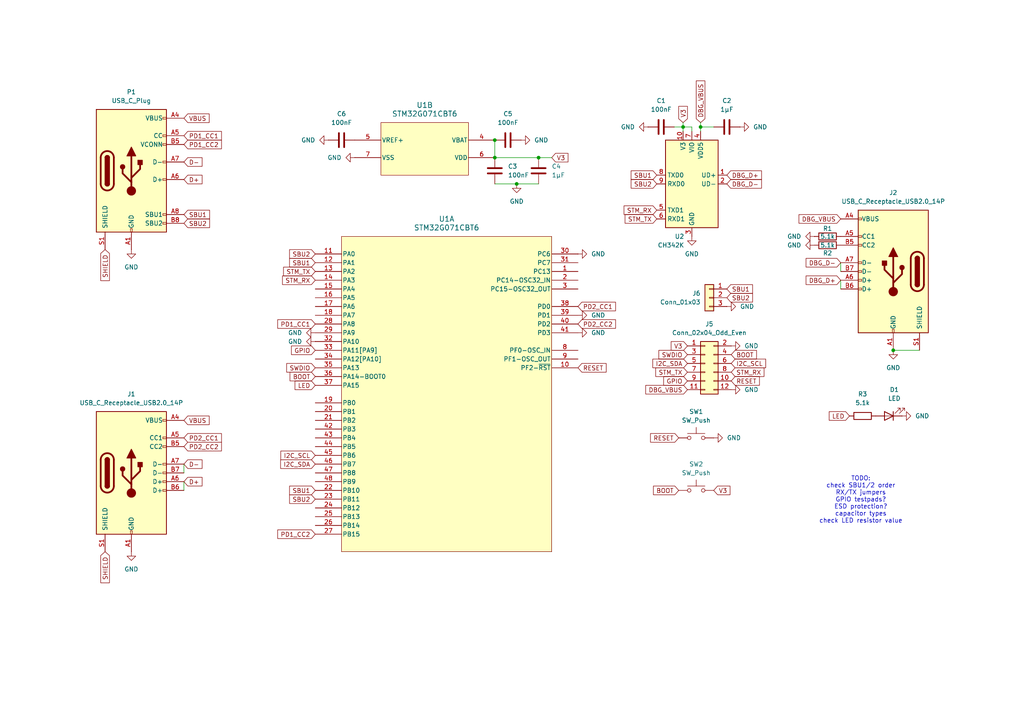
<source format=kicad_sch>
(kicad_sch (version 20231120) (generator "eeschema") (generator_version "8.0")
  (paper "A4")
  (lib_symbols
    (symbol "Connector:USB_C_Plug" (pin_names (offset 1.016))
      (property "Reference" "P1" (at 0 33.02 0))
      (property "Value" "USB_C_Plug" (at 0 30.48 0))
      (symbol "USB_C_Plug_0_0"
        (rectangle (start -0.254 -6.604) (end 0.254 -7.62))
        (rectangle (start 10.16 -4.826) (end 9.144 -5.334))
        (rectangle (start 10.16 -2.286) (end 9.144 -2.794))
        (rectangle (start 10.16 7.874) (end 9.144 7.366))
        (rectangle (start 10.16 12.954) (end 9.144 12.446))
        (rectangle (start 10.16 18.034) (end 9.144 17.526))
        (rectangle (start 10.16 20.574) (end 9.144 20.066))
        (rectangle (start 10.16 25.654) (end 9.144 25.146))
      )
      (symbol "USB_C_Plug_0_1"
        (rectangle (start -10.16 27.94) (end 10.16 -7.62) (stroke (width 0.254)) (fill (type background)))
        (arc (start -8.89 6.35) (mid -6.985 4.4533) (end -5.08 6.35) (stroke (width 0.508)))
        (arc (start -7.62 6.35) (mid -6.985 5.7177) (end -6.35 6.35) (stroke (width 0.254)))
        (arc (start -7.62 6.35) (mid -6.985 5.7177) (end -6.35 6.35) (stroke (width 0.254)) (fill (type outline)))
        (rectangle (start -7.62 6.35) (end -6.35 13.97) (stroke (width 0.254)) (fill (type outline)))
        (arc (start -6.35 13.97) (mid -6.985 14.6023) (end -7.62 13.97) (stroke (width 0.254)))
        (arc (start -6.35 13.97) (mid -6.985 14.6023) (end -7.62 13.97) (stroke (width 0.254)) (fill (type outline)))
        (arc (start -5.08 13.97) (mid -6.985 15.8667) (end -8.89 13.97) (stroke (width 0.508)))
        (polyline (pts (xy -8.89 6.35) (xy -8.89 13.97)) (stroke (width 0.508)))
        (polyline (pts (xy -5.08 13.97) (xy -5.08 6.35)) (stroke (width 0.508)))
      )
      (symbol "USB_C_Plug_1_1"
        (circle (center -2.54 11.303) (radius 0.635) (stroke (width 0.254)) (fill (type outline)))
        (polyline (pts (xy 0 4.318) (xy 0 14.478)) (stroke (width 0.508)))
        (polyline (pts (xy 0 6.858) (xy -2.54 9.398) (xy -2.54 10.668)) (stroke (width 0.508)))
        (polyline (pts (xy 0 8.128) (xy 2.54 10.668) (xy 2.54 11.938)) (stroke (width 0.508)))
        (polyline (pts (xy -1.27 14.478) (xy 0 17.018) (xy 1.27 14.478) (xy -1.27 14.478)) (stroke (width 0.254)) (fill (type outline)))
        (circle (center 0 4.318) (radius 1.27) (fill (type outline)))
        (rectangle (start 1.905 11.938) (end 3.175 13.208) (stroke (width 0.254)) (fill (type outline)))
        (pin passive line (at 0 -12.7 90) (length 5.08) (name "GND") (number "A1"))
        (pin passive line (at 0 -12.7 90) (length 5.08) hide (name "GND") (number "A12"))
        (pin passive line (at 15.24 25.4 180) (length 5.08) (name "VBUS") (number "A4"))
        (pin bidirectional line (at 15.24 20.32 180) (length 5.08) (name "CC") (number "A5"))
        (pin bidirectional line (at 15.24 7.62 180) (length 5.08) (name "D+") (number "A6"))
        (pin bidirectional line (at 15.24 12.7 180) (length 5.08) (name "D-") (number "A7"))
        (pin bidirectional line (at 15.24 -2.54 180) (length 5.08) (name "SBU1") (number "A8"))
        (pin passive line (at 15.24 25.4 180) (length 5.08) hide (name "VBUS") (number "A9"))
        (pin passive line (at 0 -12.7 90) (length 5.08) hide (name "GND") (number "B1"))
        (pin passive line (at 0 -12.7 90) (length 5.08) hide (name "GND") (number "B12"))
        (pin passive line (at 15.24 25.4 180) (length 5.08) hide (name "VBUS") (number "B4"))
        (pin bidirectional line (at 15.24 17.78 180) (length 5.08) (name "VCONN") (number "B5"))
        (pin bidirectional line (at 15.24 -5.08 180) (length 5.08) (name "SBU2") (number "B8"))
        (pin passive line (at 15.24 25.4 180) (length 5.08) hide (name "VBUS") (number "B9"))
        (pin passive line (at -7.62 -12.7 90) (length 5.08) (name "SHIELD") (number "S1"))
      )
    )
    (symbol "Connector:USB_C_Receptacle_USB2.0_14P" (pin_names (offset 1.016))
      (property "Reference" "J" (at 0 22.225 0))
      (property "Value" "USB_C_Receptacle_USB2.0_14P" (at 0 19.685 0))
      (symbol "USB_C_Receptacle_USB2.0_14P_0_0"
        (rectangle (start -0.254 -17.78) (end 0.254 -16.764))
        (rectangle (start 10.16 -4.826) (end 9.144 -5.334))
        (rectangle (start 10.16 -2.286) (end 9.144 -2.794))
        (rectangle (start 10.16 0.254) (end 9.144 -0.254))
        (rectangle (start 10.16 2.794) (end 9.144 2.286))
        (rectangle (start 10.16 7.874) (end 9.144 7.366))
        (rectangle (start 10.16 10.414) (end 9.144 9.906))
        (rectangle (start 10.16 15.494) (end 9.144 14.986))
      )
      (symbol "USB_C_Receptacle_USB2.0_14P_0_1"
        (rectangle (start -10.16 17.78) (end 10.16 -17.78) (stroke (width 0.254)) (fill (type background)))
        (arc (start -8.89 -3.81) (mid -6.985 -5.7067) (end -5.08 -3.81) (stroke (width 0.508)))
        (arc (start -7.62 -3.81) (mid -6.985 -4.4423) (end -6.35 -3.81) (stroke (width 0.254)))
        (arc (start -7.62 -3.81) (mid -6.985 -4.4423) (end -6.35 -3.81) (stroke (width 0.254)) (fill (type outline)))
        (rectangle (start -7.62 -3.81) (end -6.35 3.81) (stroke (width 0.254)) (fill (type outline)))
        (arc (start -6.35 3.81) (mid -6.985 4.4423) (end -7.62 3.81) (stroke (width 0.254)))
        (arc (start -6.35 3.81) (mid -6.985 4.4423) (end -7.62 3.81) (stroke (width 0.254)) (fill (type outline)))
        (arc (start -5.08 3.81) (mid -6.985 5.7067) (end -8.89 3.81) (stroke (width 0.508)))
        (circle (center -2.54 1.143) (radius 0.635) (stroke (width 0.254)) (fill (type outline)))
        (circle (center 0 -5.842) (radius 1.27) (fill (type outline)))
        (polyline (pts (xy -8.89 -3.81) (xy -8.89 3.81)) (stroke (width 0.508)))
        (polyline (pts (xy -5.08 3.81) (xy -5.08 -3.81)) (stroke (width 0.508)))
        (polyline (pts (xy 0 -5.842) (xy 0 4.318)) (stroke (width 0.508)))
        (polyline (pts (xy 0 -3.302) (xy -2.54 -0.762) (xy -2.54 0.508)) (stroke (width 0.508)))
        (polyline (pts (xy 0 -2.032) (xy 2.54 0.508) (xy 2.54 1.778)) (stroke (width 0.508)))
        (polyline (pts (xy -1.27 4.318) (xy 0 6.858) (xy 1.27 4.318) (xy -1.27 4.318)) (stroke (width 0.254)) (fill (type outline)))
        (rectangle (start 1.905 1.778) (end 3.175 3.048) (stroke (width 0.254)) (fill (type outline)))
      )
      (symbol "USB_C_Receptacle_USB2.0_14P_1_1"
        (pin passive line (at 0 -22.86 90) (length 5.08) (name "GND") (number "A1"))
        (pin passive line (at 0 -22.86 90) (length 5.08) hide (name "GND") (number "A12"))
        (pin passive line (at 15.24 15.24 180) (length 5.08) (name "VBUS") (number "A4"))
        (pin bidirectional line (at 15.24 10.16 180) (length 5.08) (name "CC1") (number "A5"))
        (pin bidirectional line (at 15.24 -2.54 180) (length 5.08) (name "D+") (number "A6"))
        (pin bidirectional line (at 15.24 2.54 180) (length 5.08) (name "D-") (number "A7"))
        (pin passive line (at 15.24 15.24 180) (length 5.08) hide (name "VBUS") (number "A9"))
        (pin passive line (at 0 -22.86 90) (length 5.08) hide (name "GND") (number "B1"))
        (pin passive line (at 0 -22.86 90) (length 5.08) hide (name "GND") (number "B12"))
        (pin passive line (at 15.24 15.24 180) (length 5.08) hide (name "VBUS") (number "B4"))
        (pin bidirectional line (at 15.24 7.62 180) (length 5.08) (name "CC2") (number "B5"))
        (pin bidirectional line (at 15.24 -5.08 180) (length 5.08) (name "D+") (number "B6"))
        (pin bidirectional line (at 15.24 0 180) (length 5.08) (name "D-") (number "B7"))
        (pin passive line (at 15.24 15.24 180) (length 5.08) hide (name "VBUS") (number "B9"))
        (pin passive line (at -7.62 -22.86 90) (length 5.08) (name "SHIELD") (number "S1"))
      )
    )
    (symbol "Connector_Generic:Conn_01x03" (pin_names (offset 1.016) hide)
      (property "Reference" "J" (at 0 5.08 0))
      (property "Value" "Conn_01x03" (at 0 -5.08 0))
      (symbol "Conn_01x03_1_1"
        (rectangle (start -1.27 -2.413) (end 0 -2.667) (stroke (width 0.1524)))
        (rectangle (start -1.27 0.127) (end 0 -0.127) (stroke (width 0.1524)))
        (rectangle (start -1.27 2.667) (end 0 2.413) (stroke (width 0.1524)))
        (rectangle (start -1.27 3.81) (end 1.27 -3.81) (stroke (width 0.254)) (fill (type background)))
        (pin passive line (at -5.08 2.54 0) (length 3.81) (name "Pin_1") (number "1"))
        (pin passive line (at -5.08 0 0) (length 3.81) (name "Pin_2") (number "2"))
        (pin passive line (at -5.08 -2.54 0) (length 3.81) (name "Pin_3") (number "3"))
      )
    )
    (symbol "Connector_Generic:Conn_02x06_Odd_Even" (pin_names (offset 1.016) hide)
      (property "Reference" "J" (at 1.27 7.62 0))
      (property "Value" "Conn_02x06_Odd_Even" (at 1.27 -10.16 0))
      (symbol "Conn_02x06_Odd_Even_1_1"
        (rectangle (start -1.27 -7.493) (end 0 -7.747) (stroke (width 0.1524)))
        (rectangle (start -1.27 -4.953) (end 0 -5.207) (stroke (width 0.1524)))
        (rectangle (start -1.27 -2.413) (end 0 -2.667) (stroke (width 0.1524)))
        (rectangle (start -1.27 0.127) (end 0 -0.127) (stroke (width 0.1524)))
        (rectangle (start -1.27 2.667) (end 0 2.413) (stroke (width 0.1524)))
        (rectangle (start -1.27 5.207) (end 0 4.953) (stroke (width 0.1524)))
        (rectangle (start -1.27 6.35) (end 3.81 -8.89) (stroke (width 0.254)) (fill (type background)))
        (rectangle (start 3.81 -7.493) (end 2.54 -7.747) (stroke (width 0.1524)))
        (rectangle (start 3.81 -4.953) (end 2.54 -5.207) (stroke (width 0.1524)))
        (rectangle (start 3.81 -2.413) (end 2.54 -2.667) (stroke (width 0.1524)))
        (rectangle (start 3.81 0.127) (end 2.54 -0.127) (stroke (width 0.1524)))
        (rectangle (start 3.81 2.667) (end 2.54 2.413) (stroke (width 0.1524)))
        (rectangle (start 3.81 5.207) (end 2.54 4.953) (stroke (width 0.1524)))
        (pin passive line (at -5.08 5.08 0) (length 3.81) (name "Pin_1") (number "1"))
        (pin passive line (at 7.62 -5.08 180) (length 3.81) (name "Pin_10") (number "10"))
        (pin passive line (at -5.08 -7.62 0) (length 3.81) (name "Pin_11") (number "11"))
        (pin passive line (at 7.62 -7.62 180) (length 3.81) (name "Pin_12") (number "12"))
        (pin passive line (at 7.62 5.08 180) (length 3.81) (name "Pin_2") (number "2"))
        (pin passive line (at -5.08 2.54 0) (length 3.81) (name "Pin_3") (number "3"))
        (pin passive line (at 7.62 2.54 180) (length 3.81) (name "Pin_4") (number "4"))
        (pin passive line (at -5.08 0 0) (length 3.81) (name "Pin_5") (number "5"))
        (pin passive line (at 7.62 0 180) (length 3.81) (name "Pin_6") (number "6"))
        (pin passive line (at -5.08 -2.54 0) (length 3.81) (name "Pin_7") (number "7"))
        (pin passive line (at 7.62 -2.54 180) (length 3.81) (name "Pin_8") (number "8"))
        (pin passive line (at -5.08 -5.08 0) (length 3.81) (name "Pin_9") (number "9"))
      )
    )
    (symbol "Debubo:STM32G071CBT6" (pin_names (offset 0.254))
      (property "Reference" "U" (at 38.1 10.16 0))
      (property "Value" "STM32G071CBT6" (at 38.1 7.62 0))
      (symbol "STM32G071CBT6_1_1"
        (rectangle (start 7.62 5.08) (end 68.58 -86.36) (fill (type background)))
        (pin bidirectional line (at 76.2 -5.08 180) (length 7.62) (name "PC13") (number "1"))
        (pin bidirectional line (at 76.2 -33.02 180) (length 7.62) (name "PF2-~{RST}") (number "10"))
        (pin bidirectional line (at 0 0 0) (length 7.62) (name "PA0") (number "11"))
        (pin bidirectional line (at 0 -2.54 0) (length 7.62) (name "PA1") (number "12"))
        (pin bidirectional line (at 0 -5.08 0) (length 7.62) (name "PA2") (number "13"))
        (pin bidirectional line (at 0 -7.62 0) (length 7.62) (name "PA3") (number "14"))
        (pin bidirectional line (at 0 -10.16 0) (length 7.62) (name "PA4") (number "15"))
        (pin bidirectional line (at 0 -12.7 0) (length 7.62) (name "PA5") (number "16"))
        (pin bidirectional line (at 0 -15.24 0) (length 7.62) (name "PA6") (number "17"))
        (pin bidirectional line (at 0 -17.78 0) (length 7.62) (name "PA7") (number "18"))
        (pin bidirectional line (at 0 -43.18 0) (length 7.62) (name "PB0") (number "19"))
        (pin bidirectional line (at 76.2 -7.62 180) (length 7.62) (name "PC14-OSC32_IN") (number "2"))
        (pin bidirectional line (at 0 -45.72 0) (length 7.62) (name "PB1") (number "20"))
        (pin bidirectional line (at 0 -48.26 0) (length 7.62) (name "PB2") (number "21"))
        (pin bidirectional line (at 0 -68.58 0) (length 7.62) (name "PB10") (number "22"))
        (pin bidirectional line (at 0 -71.12 0) (length 7.62) (name "PB11") (number "23"))
        (pin bidirectional line (at 0 -73.66 0) (length 7.62) (name "PB12") (number "24"))
        (pin bidirectional line (at 0 -76.2 0) (length 7.62) (name "PB13") (number "25"))
        (pin bidirectional line (at 0 -78.74 0) (length 7.62) (name "PB14") (number "26"))
        (pin bidirectional line (at 0 -81.28 0) (length 7.62) (name "PB15") (number "27"))
        (pin bidirectional line (at 0 -20.32 0) (length 7.62) (name "PA8") (number "28"))
        (pin bidirectional line (at 0 -22.86 0) (length 7.62) (name "PA9") (number "29"))
        (pin bidirectional line (at 76.2 -10.16 180) (length 7.62) (name "PC15-OSC32_OUT") (number "3"))
        (pin bidirectional line (at 76.2 0 180) (length 7.62) (name "PC6") (number "30"))
        (pin bidirectional line (at 76.2 -2.54 180) (length 7.62) (name "PC7") (number "31"))
        (pin bidirectional line (at 0 -25.4 0) (length 7.62) (name "PA10") (number "32"))
        (pin bidirectional line (at 0 -27.94 0) (length 7.62) (name "PA11[PA9]") (number "33"))
        (pin bidirectional line (at 0 -30.48 0) (length 7.62) (name "PA12[PA10]") (number "34"))
        (pin bidirectional line (at 0 -33.02 0) (length 7.62) (name "PA13") (number "35"))
        (pin bidirectional line (at 0 -35.56 0) (length 7.62) (name "PA14-BOOT0") (number "36"))
        (pin bidirectional line (at 0 -38.1 0) (length 7.62) (name "PA15") (number "37"))
        (pin bidirectional line (at 76.2 -15.24 180) (length 7.62) (name "PD0") (number "38"))
        (pin bidirectional line (at 76.2 -17.78 180) (length 7.62) (name "PD1") (number "39"))
        (pin bidirectional line (at 76.2 -20.32 180) (length 7.62) (name "PD2") (number "40"))
        (pin bidirectional line (at 76.2 -22.86 180) (length 7.62) (name "PD3") (number "41"))
        (pin bidirectional line (at 0 -50.8 0) (length 7.62) (name "PB3") (number "42"))
        (pin bidirectional line (at 0 -53.34 0) (length 7.62) (name "PB4") (number "43"))
        (pin bidirectional line (at 0 -55.88 0) (length 7.62) (name "PB5") (number "44"))
        (pin bidirectional line (at 0 -58.42 0) (length 7.62) (name "PB6") (number "45"))
        (pin bidirectional line (at 0 -60.96 0) (length 7.62) (name "PB7") (number "46"))
        (pin bidirectional line (at 0 -63.5 0) (length 7.62) (name "PB8") (number "47"))
        (pin bidirectional line (at 0 -66.04 0) (length 7.62) (name "PB9") (number "48"))
        (pin bidirectional line (at 76.2 -27.94 180) (length 7.62) (name "PF0-OSC_IN") (number "8"))
        (pin bidirectional line (at 76.2 -30.48 180) (length 7.62) (name "PF1-OSC_OUT") (number "9"))
      )
      (symbol "STM32G071CBT6_2_1"
        (rectangle (start 7.62 5.08) (end 33.02 -10.16) (fill (type background)))
        (pin power_in line (at 40.64 0 180) (length 7.62) (name "VBAT") (number "4"))
        (pin power_in line (at 0 0 0) (length 7.62) (name "VREF+") (number "5"))
        (pin power_in line (at 40.64 -5.08 180) (length 7.62) (name "VDD") (number "6"))
        (pin power_in line (at 0 -5.08 0) (length 7.62) (name "VSS") (number "7"))
      )
    )
    (symbol "Device:C" (pin_numbers hide) (pin_names (offset 0.254))
      (property "Reference" "C" (at 0.635 2.54 0))
      (property "Value" "C" (at 0.635 -2.54 0))
      (symbol "C_0_1"
        (polyline (pts (xy -2.032 -0.762) (xy 2.032 -0.762)) (stroke (width 0.508)))
        (polyline (pts (xy -2.032 0.762) (xy 2.032 0.762)) (stroke (width 0.508)))
      )
      (symbol "C_1_1"
        (pin passive line (at 0 3.81 270) (length 2.794) (name "~") (number "1"))
        (pin passive line (at 0 -3.81 90) (length 2.794) (name "~") (number "2"))
      )
    )
    (symbol "Device:LED" (pin_numbers hide) (pin_names (offset 1.016) hide)
      (property "Reference" "D" (at 0 2.54 0))
      (property "Value" "LED" (at 0 -2.54 0))
      (symbol "LED_0_1"
        (polyline (pts (xy -1.27 -1.27) (xy -1.27 1.27)) (stroke (width 0.254)))
        (polyline (pts (xy -1.27 0) (xy 1.27 0)))
        (polyline (pts (xy 1.27 -1.27) (xy 1.27 1.27) (xy -1.27 0) (xy 1.27 -1.27)) (stroke (width 0.254)))
        (polyline (pts (xy -3.048 -0.762) (xy -4.572 -2.286) (xy -3.81 -2.286) (xy -4.572 -2.286) (xy -4.572 -1.524)))
        (polyline (pts (xy -1.778 -0.762) (xy -3.302 -2.286) (xy -2.54 -2.286) (xy -3.302 -2.286) (xy -3.302 -1.524)))
      )
      (symbol "LED_1_1"
        (pin passive line (at -3.81 0 0) (length 2.54) (name "K") (number "1"))
        (pin passive line (at 3.81 0 180) (length 2.54) (name "A") (number "2"))
      )
    )
    (symbol "Device:R" (pin_numbers hide) (pin_names (offset 0))
      (property "Reference" "R" (at 2.032 0 90))
      (property "Value" "R" (at 0 0 90))
      (symbol "R_0_1"
        (rectangle (start -1.016 -2.54) (end 1.016 2.54) (stroke (width 0.254)))
      )
      (symbol "R_1_1"
        (pin passive line (at 0 3.81 270) (length 1.27) (name "~") (number "1"))
        (pin passive line (at 0 -3.81 90) (length 1.27) (name "~") (number "2"))
      )
    )
    (symbol "Interface_USB:CH340K"
      (property "Reference" "U2" (at 2.1941 -15.24 0))
      (property "Value" "CH342K" (at 2.1941 -17.78 0))
      (symbol "CH340K_0_1"
        (rectangle (start -7.62 12.7) (end 7.62 -12.7) (stroke (width 0.254)) (fill (type background)))
      )
      (symbol "CH340K_1_0"
        (pin passive line (at 0 -15.24 90) (length 2.54) hide (name "GND") (number "11"))
      )
      (symbol "CH340K_1_1"
        (pin bidirectional line (at -10.16 2.54 0) (length 2.54) (name "UD+") (number "1"))
        (pin passive line (at 2.54 15.24 270) (length 2.54) (name "V3") (number "10"))
        (pin bidirectional line (at -10.16 0 0) (length 2.54) (name "UD-") (number "2"))
        (pin power_in line (at 0 -15.24 90) (length 2.54) (name "GND") (number "3"))
        (pin power_in line (at -2.54 15.24 270) (length 2.54) (name "VDD5") (number "4"))
        (pin output line (at 10.16 -7.62 180) (length 2.54) (name "TXD1") (number "5"))
        (pin input line (at 10.16 -10.16 180) (length 2.54) (name "RXD1") (number "6"))
        (pin power_in line (at 0 15.24 270) (length 2.54) (name "VIO") (number "7"))
        (pin output line (at 10.16 2.54 180) (length 2.54) (name "TXD0") (number "8"))
        (pin input line (at 10.16 0 180) (length 2.54) (name "RXD0") (number "9"))
      )
    )
    (symbol "Switch:SW_Push" (pin_numbers hide) (pin_names (offset 1.016) hide)
      (property "Reference" "SW" (at 1.27 2.54 0))
      (property "Value" "SW_Push" (at 0 -1.524 0))
      (symbol "SW_Push_0_1"
        (circle (center -2.032 0) (radius 0.508))
        (polyline (pts (xy 0 1.27) (xy 0 3.048)))
        (polyline (pts (xy 2.54 1.27) (xy -2.54 1.27)))
        (circle (center 2.032 0) (radius 0.508))
        (pin passive line (at -5.08 0 0) (length 2.54) (name "1") (number "1"))
        (pin passive line (at 5.08 0 180) (length 2.54) (name "2") (number "2"))
      )
    )
    (symbol "power:GND" (power) (pin_numbers hide) (pin_names (offset 0) hide)
      (property "Value" "GND" (at 0 -3.81 0))
      (symbol "GND_0_1"
        (polyline (pts (xy 0 0) (xy 0 -1.27) (xy 1.27 -1.27) (xy 0 -2.54) (xy -1.27 -1.27) (xy 0 -1.27)))
      )
      (symbol "GND_1_1"
        (pin power_in line (at 0 0 270) (length 0) (name "~") (number "1"))
      )
    )
  )
  (junction (at 156.21 45.72))
  (junction (at 198.12 36.83))
  (junction (at 259.08 101.6))
  (junction (at 203.2 36.83))
  (junction (at 143.51 45.72))
  (junction (at 143.51 40.64))
  (junction (at 149.86 53.34))
  (wire (pts (xy 198.12 35.56) (xy 198.12 36.83)))
  (wire (pts (xy 200.66 36.83) (xy 200.66 38.1)))
  (wire (pts (xy 143.51 40.64) (xy 143.51 45.72)))
  (wire (pts (xy 198.12 36.83) (xy 200.66 36.83)))
  (wire (pts (xy 156.21 45.72) (xy 160.02 45.72)))
  (wire (pts (xy 53.34 134.62) (xy 53.34 137.16)))
  (wire (pts (xy 143.51 45.72) (xy 156.21 45.72)))
  (wire (pts (xy 143.51 53.34) (xy 149.86 53.34)))
  (wire (pts (xy 53.34 139.7) (xy 53.34 142.24)))
  (wire (pts (xy 243.84 81.28) (xy 243.84 83.82)))
  (wire (pts (xy 203.2 36.83) (xy 203.2 38.1)))
  (wire (pts (xy 243.84 76.2) (xy 243.84 78.74)))
  (wire (pts (xy 259.08 101.6) (xy 266.7 101.6)))
  (wire (pts (xy 203.2 35.56) (xy 203.2 36.83)))
  (wire (pts (xy 207.01 36.83) (xy 203.2 36.83)))
  (wire (pts (xy 149.86 53.34) (xy 156.21 53.34)))
  (wire (pts (xy 195.58 36.83) (xy 198.12 36.83)))
  (wire (pts (xy 198.12 36.83) (xy 198.12 38.1)))
  (text "TODO:\ncheck SBU1/2 order\nRX/TX jumpers\nGPIO testpads?\nESD protection?\ncapacitor types\ncheck LED resistor value" (at 249.682 145.034 0) (effects (font (size 1.27 1.27))))
  (global_label "V3" (shape input) (at 199.39 100.33 180) (property "Intersheetrefs" "${INTERSHEET_REFS}" (effects (hide yes))))
  (global_label "DBG_D+" (shape input) (at 210.82 50.8 0) (property "Intersheetrefs" "${INTERSHEET_REFS}" (effects (hide yes))))
  (global_label "PD1_CC1" (shape input) (at 91.44 93.98 180) (property "Intersheetrefs" "${INTERSHEET_REFS}" (effects (hide yes))))
  (global_label "RESET" (shape input) (at 196.85 127 180) (property "Intersheetrefs" "${INTERSHEET_REFS}" (effects (hide yes))))
  (global_label "GPIO" (shape input) (at 199.39 110.49 180) (property "Intersheetrefs" "${INTERSHEET_REFS}" (effects (hide yes))))
  (global_label "PD1_CC2" (shape input) (at 53.34 41.91 0) (property "Intersheetrefs" "${INTERSHEET_REFS}" (effects (hide yes))))
  (global_label "STM_TX" (shape input) (at 199.39 107.95 180) (property "Intersheetrefs" "${INTERSHEET_REFS}" (effects (hide yes))))
  (global_label "I2C_SCL" (shape input) (at 91.44 132.08 180) (property "Intersheetrefs" "${INTERSHEET_REFS}" (effects (hide yes))))
  (global_label "SBU1" (shape input) (at 91.44 142.24 180) (property "Intersheetrefs" "${INTERSHEET_REFS}" (effects (hide yes))))
  (global_label "SBU2" (shape input) (at 91.44 73.66 180) (property "Intersheetrefs" "${INTERSHEET_REFS}" (effects (hide yes))))
  (global_label "V3" (shape input) (at 160.02 45.72 0) (property "Intersheetrefs" "${INTERSHEET_REFS}" (effects (hide yes))))
  (global_label "VBUS" (shape input) (at 53.34 121.92 0) (property "Intersheetrefs" "${INTERSHEET_REFS}" (effects (hide yes))))
  (global_label "PD2_CC2" (shape input) (at 53.34 129.54 0) (property "Intersheetrefs" "${INTERSHEET_REFS}" (effects (hide yes))))
  (global_label "BOOT" (shape input) (at 196.85 142.24 180) (property "Intersheetrefs" "${INTERSHEET_REFS}" (effects (hide yes))))
  (global_label "GPIO" (shape input) (at 91.44 101.6 180) (property "Intersheetrefs" "${INTERSHEET_REFS}" (effects (hide yes))))
  (global_label "V3" (shape input) (at 207.01 142.24 0) (property "Intersheetrefs" "${INTERSHEET_REFS}" (effects (hide yes))))
  (global_label "STM_RX" (shape input) (at 190.5 60.96 180) (property "Intersheetrefs" "${INTERSHEET_REFS}" (effects (hide yes))))
  (global_label "BOOT" (shape input) (at 91.44 109.22 180) (property "Intersheetrefs" "${INTERSHEET_REFS}" (effects (hide yes))))
  (global_label "SBU2" (shape input) (at 53.34 64.77 0) (property "Intersheetrefs" "${INTERSHEET_REFS}" (effects (hide yes))))
  (global_label "RESET" (shape input) (at 212.09 110.49 0) (property "Intersheetrefs" "${INTERSHEET_REFS}" (effects (hide yes))))
  (global_label "I2C_SDA" (shape input) (at 199.39 105.41 180) (property "Intersheetrefs" "${INTERSHEET_REFS}" (effects (hide yes))))
  (global_label "RESET" (shape input) (at 167.64 106.68 0) (property "Intersheetrefs" "${INTERSHEET_REFS}" (effects (hide yes))))
  (global_label "SBU1" (shape input) (at 190.5 50.8 180) (property "Intersheetrefs" "${INTERSHEET_REFS}" (effects (hide yes))))
  (global_label "PD1_CC2" (shape input) (at 91.44 154.94 180) (property "Intersheetrefs" "${INTERSHEET_REFS}" (effects (hide yes))))
  (global_label "D+" (shape input) (at 53.34 139.7 0) (property "Intersheetrefs" "${INTERSHEET_REFS}" (effects (hide yes))))
  (global_label "DBG_D-" (shape input) (at 243.84 76.2 180) (property "Intersheetrefs" "${INTERSHEET_REFS}" (effects (hide yes))))
  (global_label "V3" (shape input) (at 198.12 35.56 90) (property "Intersheetrefs" "${INTERSHEET_REFS}" (effects (hide yes))))
  (global_label "SBU1" (shape input) (at 53.34 62.23 0) (property "Intersheetrefs" "${INTERSHEET_REFS}" (effects (hide yes))))
  (global_label "SBU1" (shape input) (at 91.44 76.2 180) (property "Intersheetrefs" "${INTERSHEET_REFS}" (effects (hide yes))))
  (global_label "PD2_CC1" (shape input) (at 167.64 88.9 0) (property "Intersheetrefs" "${INTERSHEET_REFS}" (effects (hide yes))))
  (global_label "DBG_VBUS" (shape input) (at 203.2 35.56 90) (property "Intersheetrefs" "${INTERSHEET_REFS}" (effects (hide yes))))
  (global_label "PD2_CC2" (shape input) (at 167.64 93.98 0) (property "Intersheetrefs" "${INTERSHEET_REFS}" (effects (hide yes))))
  (global_label "STM_TX" (shape input) (at 91.44 78.74 180) (property "Intersheetrefs" "${INTERSHEET_REFS}" (effects (hide yes))))
  (global_label "DBG_VBUS" (shape input) (at 243.84 63.5 180) (property "Intersheetrefs" "${INTERSHEET_REFS}" (effects (hide yes))))
  (global_label "DBG_D-" (shape input) (at 210.82 53.34 0) (property "Intersheetrefs" "${INTERSHEET_REFS}" (effects (hide yes))))
  (global_label "SWDIO" (shape input) (at 91.44 106.68 180) (property "Intersheetrefs" "${INTERSHEET_REFS}" (effects (hide yes))))
  (global_label "VBUS" (shape input) (at 53.34 34.29 0) (property "Intersheetrefs" "${INTERSHEET_REFS}" (effects (hide yes))))
  (global_label "SWDIO" (shape input) (at 199.39 102.87 180) (property "Intersheetrefs" "${INTERSHEET_REFS}" (effects (hide yes))))
  (global_label "SBU2" (shape input) (at 91.44 144.78 180) (property "Intersheetrefs" "${INTERSHEET_REFS}" (effects (hide yes))))
  (global_label "SBU2" (shape input) (at 190.5 53.34 180) (property "Intersheetrefs" "${INTERSHEET_REFS}" (effects (hide yes))))
  (global_label "DBG_D+" (shape input) (at 243.84 81.28 180) (property "Intersheetrefs" "${INTERSHEET_REFS}" (effects (hide yes))))
  (global_label "PD2_CC1" (shape input) (at 53.34 127 0) (property "Intersheetrefs" "${INTERSHEET_REFS}" (effects (hide yes))))
  (global_label "SHIELD" (shape input) (at 30.48 72.39 270) (property "Intersheetrefs" "${INTERSHEET_REFS}" (effects (hide yes))))
  (global_label "D-" (shape input) (at 53.34 46.99 0) (property "Intersheetrefs" "${INTERSHEET_REFS}" (effects (hide yes))))
  (global_label "I2C_SDA" (shape input) (at 91.44 134.62 180) (property "Intersheetrefs" "${INTERSHEET_REFS}" (effects (hide yes))))
  (global_label "STM_TX" (shape input) (at 190.5 63.5 180) (property "Intersheetrefs" "${INTERSHEET_REFS}" (effects (hide yes))))
  (global_label "BOOT" (shape input) (at 212.09 102.87 0) (property "Intersheetrefs" "${INTERSHEET_REFS}" (effects (hide yes))))
  (global_label "STM_RX" (shape input) (at 212.09 107.95 0) (property "Intersheetrefs" "${INTERSHEET_REFS}" (effects (hide yes))))
  (global_label "D+" (shape input) (at 53.34 52.07 0) (property "Intersheetrefs" "${INTERSHEET_REFS}" (effects (hide yes))))
  (global_label "PD1_CC1" (shape input) (at 53.34 39.37 0) (property "Intersheetrefs" "${INTERSHEET_REFS}" (effects (hide yes))))
  (global_label "DBG_VBUS" (shape input) (at 199.39 113.03 180) (property "Intersheetrefs" "${INTERSHEET_REFS}" (effects (hide yes))))
  (global_label "I2C_SCL" (shape input) (at 212.09 105.41 0) (property "Intersheetrefs" "${INTERSHEET_REFS}" (effects (hide yes))))
  (global_label "LED" (shape input) (at 91.44 111.76 180) (property "Intersheetrefs" "${INTERSHEET_REFS}" (effects (hide yes))))
  (global_label "STM_RX" (shape input) (at 91.44 81.28 180) (property "Intersheetrefs" "${INTERSHEET_REFS}" (effects (hide yes))))
  (global_label "SBU1" (shape input) (at 210.82 83.82 0) (property "Intersheetrefs" "${INTERSHEET_REFS}" (effects (hide yes))))
  (global_label "SBU2" (shape input) (at 210.82 86.36 0) (property "Intersheetrefs" "${INTERSHEET_REFS}" (effects (hide yes))))
  (global_label "SHIELD" (shape input) (at 30.48 160.02 270) (property "Intersheetrefs" "${INTERSHEET_REFS}" (effects (hide yes))))
  (global_label "D-" (shape input) (at 53.34 134.62 0) (property "Intersheetrefs" "${INTERSHEET_REFS}" (effects (hide yes))))
  (global_label "LED" (shape input) (at 246.38 120.65 180) (property "Intersheetrefs" "${INTERSHEET_REFS}" (effects (hide yes))))
  (symbol (lib_id "Device:R") (at 240.03 68.58 90) (unit 1)
    (property "Reference" "R1" (at 240.03 66.294 90))
    (property "Value" "5.1k" (at 240.03 68.58 90))
    (property "Footprint" "Resistor_SMD:R_1206_3216Metric_Pad1.30x1.75mm_HandSolder" (effects (hide yes)))
    (property "Description" "Resistor" (effects (hide yes)))
  )
  (symbol (lib_id "power:GND") (at 102.87 45.72 270) (unit 1)
    (property "Reference" "#PWR03" (effects (hide yes)))
    (property "Value" "GND" (at 99.06 45.7199 90) (effects (justify right)))
    (property "Description" "Power symbol creates a global label with name \"GND\" , ground" (effects (hide yes)))
  )
  (symbol (lib_id "power:GND") (at 91.44 99.06 270) (unit 1)
    (property "Reference" "#PWR020" (effects (hide yes)))
    (property "Value" "GND" (at 87.63 99.0599 90) (effects (justify right)))
    (property "Description" "Power symbol creates a global label with name \"GND\" , ground" (effects (hide yes)))
  )
  (symbol (lib_id "power:GND") (at 210.82 88.9 90) (mirror x) (unit 1)
    (property "Reference" "#PWR015" (effects (hide yes)))
    (property "Value" "GND" (at 214.63 88.8999 90) (effects (justify right)))
    (property "Description" "Power symbol creates a global label with name \"GND\" , ground" (effects (hide yes)))
  )
  (symbol (lib_id "power:GND") (at 95.25 40.64 270) (unit 1)
    (property "Reference" "#PWR017" (effects (hide yes)))
    (property "Value" "GND" (at 91.44 40.6399 90) (effects (justify right)))
    (property "Description" "Power symbol creates a global label with name \"GND\" , ground" (effects (hide yes)))
  )
  (symbol (lib_id "power:GND") (at 236.22 68.58 270) (unit 1)
    (property "Reference" "#PWR018" (effects (hide yes)))
    (property "Value" "GND" (at 232.41 68.5799 90) (effects (justify right)))
    (property "Description" "Power symbol creates a global label with name \"GND\" , ground" (effects (hide yes)))
  )
  (symbol (lib_id "Debubo:STM32G071CBT6") (at 102.87 40.64 0) (unit 2)
    (property "Reference" "U1" (at 123.19 30.48 0) (effects (font (size 1.524 1.524))))
    (property "Value" "STM32G071CBT6" (at 123.19 33.02 0) (effects (font (size 1.524 1.524))))
    (property "Footprint" "Package_QFP:LQFP-48_7x7mm_P0.5mm" (effects (hide yes)))
    (property "Datasheet" "STM32G071CBT6" (effects (hide yes)))
  )
  (symbol (lib_id "power:GND") (at 212.09 100.33 90) (unit 1)
    (property "Reference" "#PWR016" (effects (hide yes)))
    (property "Value" "GND" (at 215.9 100.3299 90) (effects (justify right)))
    (property "Description" "Power symbol creates a global label with name \"GND\" , ground" (effects (hide yes)))
  )
  (symbol (lib_id "Device:C") (at 99.06 40.64 90) (unit 1)
    (property "Reference" "C6" (at 99.06 33.02 90))
    (property "Value" "100nF" (at 99.06 35.56 90))
    (property "Footprint" "Capacitor_SMD:C_1206_3216Metric_Pad1.33x1.80mm_HandSolder" (effects (hide yes)))
    (property "Description" "Unpolarized capacitor" (effects (hide yes)))
  )
  (symbol (lib_id "Switch:SW_Push") (at 201.93 127 0) (unit 1)
    (property "Reference" "SW1" (at 201.93 119.38 0))
    (property "Value" "SW_Push" (at 201.93 121.92 0))
    (property "Footprint" "Button_Switch_SMD:SW_SPST_B3U-1000P" (effects (hide yes)))
    (property "Description" "Push button switch, generic, two pins" (effects (hide yes)))
  )
  (symbol (lib_id "Interface_USB:CH340K") (at 200.66 53.34 0) (mirror y) (unit 1)
    (property "Reference" "U2" (at 198.4659 68.58 0) (effects (justify left)))
    (property "Value" "CH342K" (at 198.4659 71.12 0) (effects (justify left)))
    (property "Footprint" "Package_SO:SSOP-10-1EP_3.9x4.9mm_P1mm_EP2.1x3.3mm" (effects (hide yes)))
    (property "Datasheet" "https://www.wch-ic.com/downloads/file/295.html" (effects (hide yes)))
    (property "Description" "USB serial converter, dual UART, SSOP-10" (effects (hide yes)))
  )
  (symbol (lib_id "power:GND") (at 167.64 91.44 90) (unit 1)
    (property "Reference" "#PWR011" (effects (hide yes)))
    (property "Value" "GND" (at 171.45 91.4399 90) (effects (justify right)))
    (property "Description" "Power symbol creates a global label with name \"GND\" , ground" (effects (hide yes)))
  )
  (symbol (lib_id "power:GND") (at 187.96 36.83 270) (unit 1)
    (property "Reference" "#PWR06" (effects (hide yes)))
    (property "Value" "GND" (at 184.15 36.8299 90) (effects (justify right)))
    (property "Description" "Power symbol creates a global label with name \"GND\" , ground" (effects (hide yes)))
  )
  (symbol (lib_id "power:GND") (at 214.63 36.83 90) (unit 1)
    (property "Reference" "#PWR07" (effects (hide yes)))
    (property "Value" "GND" (at 218.44 36.8299 90) (effects (justify right)))
    (property "Description" "Power symbol creates a global label with name \"GND\" , ground" (effects (hide yes)))
  )
  (symbol (lib_id "Device:R") (at 240.03 71.12 90) (unit 1)
    (property "Reference" "R2" (at 240.03 73.406 90))
    (property "Value" "5.1k" (at 240.03 71.12 90))
    (property "Footprint" "Resistor_SMD:R_1206_3216Metric_Pad1.30x1.75mm_HandSolder" (effects (hide yes)))
    (property "Description" "Resistor" (effects (hide yes)))
  )
  (symbol (lib_id "power:GND") (at 200.66 68.58 0) (unit 1)
    (property "Reference" "#PWR04" (effects (hide yes)))
    (property "Value" "GND" (at 200.66 73.66 0))
    (property "Description" "Power symbol creates a global label with name \"GND\" , ground" (effects (hide yes)))
  )
  (symbol (lib_id "power:GND") (at 38.1 72.39 0) (unit 1)
    (property "Reference" "#PWR02" (effects (hide yes)))
    (property "Value" "GND" (at 38.1 77.47 0))
    (property "Description" "Power symbol creates a global label with name \"GND\" , ground" (effects (hide yes)))
  )
  (symbol (lib_id "power:GND") (at 259.08 101.6 0) (unit 1)
    (property "Reference" "#PWR05" (effects (hide yes)))
    (property "Value" "GND" (at 259.08 106.68 0))
    (property "Description" "Power symbol creates a global label with name \"GND\" , ground" (effects (hide yes)))
  )
  (symbol (lib_id "power:GND") (at 91.44 96.52 270) (unit 1)
    (property "Reference" "#PWR013" (effects (hide yes)))
    (property "Value" "GND" (at 87.63 96.5199 90) (effects (justify right)))
    (property "Description" "Power symbol creates a global label with name \"GND\" , ground" (effects (hide yes)))
  )
  (symbol (lib_id "Connector_Generic:Conn_01x03") (at 205.74 86.36 0) (mirror y) (unit 1)
    (property "Reference" "J6" (at 203.2 85.0899 0) (effects (justify left)))
    (property "Value" "Conn_01x03" (at 203.2 87.6299 0) (effects (justify left)))
    (property "Footprint" "Connector_PinSocket_2.54mm:PinSocket_1x03_P2.54mm_Vertical" (effects (hide yes)))
    (property "Description" "Generic connector, single row, 01x03, script generated (kicad-library-utils/schlib/autogen/connector/)" (effects (hide yes)))
  )
  (symbol (lib_id "Device:C") (at 210.82 36.83 270) (unit 1)
    (property "Reference" "C2" (at 210.82 29.21 90))
    (property "Value" "1µF" (at 210.82 31.75 90))
    (property "Footprint" "Capacitor_SMD:C_1206_3216Metric_Pad1.33x1.80mm_HandSolder" (effects (hide yes)))
    (property "Description" "Unpolarized capacitor" (effects (hide yes)))
  )
  (symbol (lib_id "power:GND") (at 261.62 120.65 90) (unit 1)
    (property "Reference" "#PWR022" (effects (hide yes)))
    (property "Value" "GND" (at 265.43 120.6499 90) (effects (justify right)))
    (property "Description" "Power symbol creates a global label with name \"GND\" , ground" (effects (hide yes)))
  )
  (symbol (lib_id "Switch:SW_Push") (at 201.93 142.24 0) (unit 1)
    (property "Reference" "SW2" (at 201.93 134.62 0))
    (property "Value" "SW_Push" (at 201.93 137.16 0))
    (property "Footprint" "Button_Switch_SMD:SW_SPST_B3U-1000P" (effects (hide yes)))
    (property "Description" "Push button switch, generic, two pins" (effects (hide yes)))
  )
  (symbol (lib_id "Connector:USB_C_Receptacle_USB2.0_14P") (at 259.08 78.74 0) (mirror y) (unit 1)
    (property "Reference" "J2" (at 259.08 55.88 0))
    (property "Value" "USB_C_Receptacle_USB2.0_14P" (at 259.08 58.42 0))
    (property "Footprint" "Connector_USB:USB_C_Receptacle_HCTL_HC-TYPE-C-16P-01A" (effects (hide yes)))
    (property "Datasheet" "https://www.usb.org/sites/default/files/documents/usb_type-c.zip" (effects (hide yes)))
    (property "Description" "USB 2.0-only 14P Type-C Receptacle connector" (effects (hide yes)))
  )
  (symbol (lib_id "power:GND") (at 236.22 71.12 270) (unit 1)
    (property "Reference" "#PWR019" (effects (hide yes)))
    (property "Value" "GND" (at 232.41 71.1199 90) (effects (justify right)))
    (property "Description" "Power symbol creates a global label with name \"GND\" , ground" (effects (hide yes)))
  )
  (symbol (lib_id "Connector:USB_C_Plug") (at 38.1 59.69 0) (unit 1)
    (property "Reference" "P1" (at 38.1 26.67 0))
    (property "Value" "USB_C_Plug" (at 38.1 29.21 0))
    (property "Footprint" "Connector_USB:USB_C_Plug_Molex_105444" (effects (hide yes)))
    (property "Datasheet" "https://www.usb.org/sites/default/files/documents/usb_type-c.zip" (effects (hide yes)))
    (property "Description" "USB Type-C Plug connector" (effects (hide yes)))
  )
  (symbol (lib_id "Device:C") (at 191.77 36.83 270) (unit 1)
    (property "Reference" "C1" (at 191.77 29.21 90))
    (property "Value" "100nF" (at 191.77 31.75 90))
    (property "Footprint" "Capacitor_SMD:C_1206_3216Metric_Pad1.33x1.80mm_HandSolder" (effects (hide yes)))
    (property "Description" "Unpolarized capacitor" (effects (hide yes)))
  )
  (symbol (lib_id "power:GND") (at 212.09 113.03 90) (unit 1)
    (property "Reference" "#PWR021" (effects (hide yes)))
    (property "Value" "GND" (at 215.9 113.0299 90) (effects (justify right)))
    (property "Description" "Power symbol creates a global label with name \"GND\" , ground" (effects (hide yes)))
  )
  (symbol (lib_id "Device:R") (at 250.19 120.65 90) (unit 1)
    (property "Reference" "R3" (at 250.19 114.3 90))
    (property "Value" "5.1k" (at 250.19 116.84 90))
    (property "Footprint" "Resistor_SMD:R_1206_3216Metric_Pad1.30x1.75mm_HandSolder" (effects (hide yes)))
    (property "Description" "Resistor" (effects (hide yes)))
  )
  (symbol (lib_id "power:GND") (at 38.1 160.02 0) (unit 1)
    (property "Reference" "#PWR01" (effects (hide yes)))
    (property "Value" "GND" (at 38.1 165.1 0))
    (property "Description" "Power symbol creates a global label with name \"GND\" , ground" (effects (hide yes)))
  )
  (symbol (lib_id "power:GND") (at 207.01 127 90) (unit 1)
    (property "Reference" "#PWR014" (effects (hide yes)))
    (property "Value" "GND" (at 210.82 126.9999 90) (effects (justify right)))
    (property "Description" "Power symbol creates a global label with name \"GND\" , ground" (effects (hide yes)))
  )
  (symbol (lib_id "Connector:USB_C_Receptacle_USB2.0_14P") (at 38.1 137.16 0) (unit 1)
    (property "Reference" "J1" (at 38.1 114.3 0))
    (property "Value" "USB_C_Receptacle_USB2.0_14P" (at 38.1 116.84 0))
    (property "Footprint" "Connector_USB:USB_C_Receptacle_HCTL_HC-TYPE-C-16P-01A" (effects (hide yes)))
    (property "Datasheet" "https://www.usb.org/sites/default/files/documents/usb_type-c.zip" (effects (hide yes)))
    (property "Description" "USB 2.0-only 14P Type-C Receptacle connector" (effects (hide yes)))
  )
  (symbol (lib_id "power:GND") (at 167.64 73.66 90) (unit 1)
    (property "Reference" "#PWR012" (effects (hide yes)))
    (property "Value" "GND" (at 171.45 73.6599 90) (effects (justify right)))
    (property "Description" "Power symbol creates a global label with name \"GND\" , ground" (effects (hide yes)))
  )
  (symbol (lib_id "Device:C") (at 147.32 40.64 90) (unit 1)
    (property "Reference" "C5" (at 147.32 33.02 90))
    (property "Value" "100nF" (at 147.32 35.56 90))
    (property "Footprint" "Capacitor_SMD:C_1206_3216Metric_Pad1.33x1.80mm_HandSolder" (effects (hide yes)))
    (property "Description" "Unpolarized capacitor" (effects (hide yes)))
  )
  (symbol (lib_id "power:GND") (at 151.13 40.64 90) (unit 1)
    (property "Reference" "#PWR08" (effects (hide yes)))
    (property "Value" "GND" (at 154.94 40.6399 90) (effects (justify right)))
    (property "Description" "Power symbol creates a global label with name \"GND\" , ground" (effects (hide yes)))
  )
  (symbol (lib_id "Device:C") (at 156.21 49.53 0) (unit 1)
    (property "Reference" "C4" (at 160.02 48.2599 0) (effects (justify left)))
    (property "Value" "1µF" (at 160.02 50.7999 0) (effects (justify left)))
    (property "Footprint" "Capacitor_SMD:C_1206_3216Metric_Pad1.33x1.80mm_HandSolder" (effects (hide yes)))
    (property "Description" "Unpolarized capacitor" (effects (hide yes)))
  )
  (symbol (lib_id "power:GND") (at 167.64 96.52 90) (unit 1)
    (property "Reference" "#PWR010" (effects (hide yes)))
    (property "Value" "GND" (at 171.45 96.5199 90) (effects (justify right)))
    (property "Description" "Power symbol creates a global label with name \"GND\" , ground" (effects (hide yes)))
  )
  (symbol (lib_id "power:GND") (at 149.86 53.34 0) (unit 1)
    (property "Reference" "#PWR09" (effects (hide yes)))
    (property "Value" "GND" (at 149.86 58.42 0))
    (property "Description" "Power symbol creates a global label with name \"GND\" , ground" (effects (hide yes)))
  )
  (symbol (lib_id "Device:C") (at 143.51 49.53 0) (unit 1)
    (property "Reference" "C3" (at 147.32 48.2599 0) (effects (justify left)))
    (property "Value" "100nF" (at 147.32 50.7999 0) (effects (justify left)))
    (property "Footprint" "Capacitor_SMD:C_1206_3216Metric_Pad1.33x1.80mm_HandSolder" (effects (hide yes)))
    (property "Description" "Unpolarized capacitor" (effects (hide yes)))
  )
  (symbol (lib_id "Device:LED") (at 257.81 120.65 180) (unit 1)
    (property "Reference" "D1" (at 259.3975 113.03 0))
    (property "Value" "LED" (at 259.3975 115.57 0))
    (property "Footprint" "LED_SMD:LED_1206_3216Metric_Pad1.42x1.75mm_HandSolder" (effects (hide yes)))
    (property "Description" "Light emitting diode" (effects (hide yes)))
  )
  (symbol (lib_id "Debubo:STM32G071CBT6") (at 91.44 73.66 0) (unit 1)
    (property "Reference" "U1" (at 129.54 63.5 0) (effects (font (size 1.524 1.524))))
    (property "Value" "STM32G071CBT6" (at 129.54 66.04 0) (effects (font (size 1.524 1.524))))
    (property "Footprint" "Package_QFP:LQFP-48_7x7mm_P0.5mm" (effects (hide yes)))
    (property "Datasheet" "STM32G071CBT6" (effects (hide yes)))
  )
  (symbol (lib_id "Connector_Generic:Conn_02x06_Odd_Even") (at 204.47 105.41 0) (unit 1)
    (property "Reference" "J5" (at 205.74 93.98 0))
    (property "Value" "Conn_02x04_Odd_Even" (at 205.74 96.52 0))
    (property "Footprint" "Connector_PinHeader_2.54mm:PinHeader_2x06_P2.54mm_Vertical" (effects (hide yes)))
    (property "Description" "Generic connector, double row, 02x06, odd/even pin numbering scheme (row 1 odd numbers, row 2 even numbers), script generated (kicad-library-utils/schlib/autogen/connector/)" (effects (hide yes)))
  )
)
</source>
